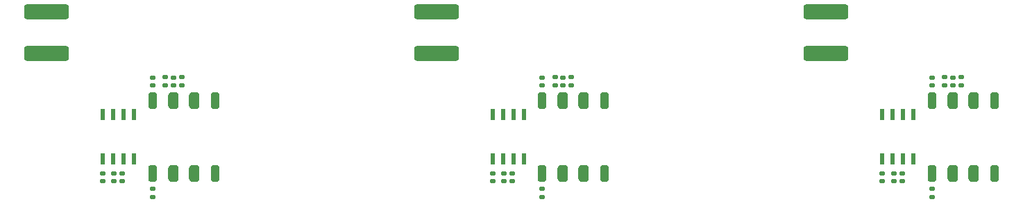
<source format=gbr>
%TF.GenerationSoftware,KiCad,Pcbnew,7.0.7-7.0.7~ubuntu22.04.1*%
%TF.CreationDate,2023-09-07T14:29:00+02:00*%
%TF.ProjectId,Inverter_KiCAD,496e7665-7274-4657-925f-4b694341442e,rev?*%
%TF.SameCoordinates,Original*%
%TF.FileFunction,Paste,Bot*%
%TF.FilePolarity,Positive*%
%FSLAX46Y46*%
G04 Gerber Fmt 4.6, Leading zero omitted, Abs format (unit mm)*
G04 Created by KiCad (PCBNEW 7.0.7-7.0.7~ubuntu22.04.1) date 2023-09-07 14:29:00*
%MOMM*%
%LPD*%
G01*
G04 APERTURE LIST*
G04 Aperture macros list*
%AMRoundRect*
0 Rectangle with rounded corners*
0 $1 Rounding radius*
0 $2 $3 $4 $5 $6 $7 $8 $9 X,Y pos of 4 corners*
0 Add a 4 corners polygon primitive as box body*
4,1,4,$2,$3,$4,$5,$6,$7,$8,$9,$2,$3,0*
0 Add four circle primitives for the rounded corners*
1,1,$1+$1,$2,$3*
1,1,$1+$1,$4,$5*
1,1,$1+$1,$6,$7*
1,1,$1+$1,$8,$9*
0 Add four rect primitives between the rounded corners*
20,1,$1+$1,$2,$3,$4,$5,0*
20,1,$1+$1,$4,$5,$6,$7,0*
20,1,$1+$1,$6,$7,$8,$9,0*
20,1,$1+$1,$8,$9,$2,$3,0*%
G04 Aperture macros list end*
%ADD10RoundRect,0.140000X-0.170000X0.140000X-0.170000X-0.140000X0.170000X-0.140000X0.170000X0.140000X0*%
%ADD11RoundRect,0.135000X-0.185000X0.135000X-0.185000X-0.135000X0.185000X-0.135000X0.185000X0.135000X0*%
%ADD12R,0.508000X1.460500*%
%ADD13RoundRect,0.250000X-2.450000X0.650000X-2.450000X-0.650000X2.450000X-0.650000X2.450000X0.650000X0*%
%ADD14RoundRect,0.135000X0.185000X-0.135000X0.185000X0.135000X-0.185000X0.135000X-0.185000X-0.135000X0*%
%ADD15RoundRect,0.140000X0.170000X-0.140000X0.170000X0.140000X-0.170000X0.140000X-0.170000X-0.140000X0*%
%ADD16RoundRect,0.254000X-0.254000X-0.746000X0.254000X-0.746000X0.254000X0.746000X-0.254000X0.746000X0*%
%ADD17RoundRect,0.317500X-0.317500X-0.682500X0.317500X-0.682500X0.317500X0.682500X-0.317500X0.682500X0*%
%ADD18RoundRect,0.265000X-0.265000X-0.735000X0.265000X-0.735000X0.265000X0.735000X-0.265000X0.735000X0*%
G04 APERTURE END LIST*
D10*
%TO.C,C410*%
X185060000Y-120440000D03*
X185060000Y-121400000D03*
%TD*%
D11*
%TO.C,R210*%
X96170000Y-108730000D03*
X96170000Y-109750000D03*
%TD*%
D12*
%TO.C,U204*%
X88540000Y-113275850D03*
X89810000Y-113275850D03*
X91080000Y-113275850D03*
X92350000Y-113275850D03*
X92350000Y-118724150D03*
X91080000Y-118724150D03*
X89810000Y-118724150D03*
X88540000Y-118724150D03*
%TD*%
D10*
%TO.C,C211*%
X90940000Y-120440000D03*
X90940000Y-121400000D03*
%TD*%
D12*
%TO.C,U404*%
X183660000Y-113275850D03*
X184930000Y-113275850D03*
X186200000Y-113275850D03*
X187470000Y-113275850D03*
X187470000Y-118724150D03*
X186200000Y-118724150D03*
X184930000Y-118724150D03*
X183660000Y-118724150D03*
%TD*%
D10*
%TO.C,C311*%
X138500000Y-120440000D03*
X138500000Y-121400000D03*
%TD*%
D13*
%TO.C,C306*%
X129300000Y-100750000D03*
X129300000Y-105850000D03*
%TD*%
D10*
%TO.C,C210*%
X89940000Y-120440000D03*
X89940000Y-121400000D03*
%TD*%
D14*
%TO.C,R211*%
X98170000Y-109750000D03*
X98170000Y-108730000D03*
%TD*%
D15*
%TO.C,C205*%
X97170000Y-109720000D03*
X97170000Y-108760000D03*
%TD*%
D10*
%TO.C,C308*%
X142190000Y-122360000D03*
X142190000Y-123320000D03*
%TD*%
%TO.C,C408*%
X189750000Y-122360000D03*
X189750000Y-123320000D03*
%TD*%
D16*
%TO.C,U403*%
X189750000Y-111550000D03*
D17*
X192290000Y-111550000D03*
X194830000Y-111550000D03*
D16*
X197370000Y-111550000D03*
X197370000Y-120450000D03*
D17*
X194830000Y-120450000D03*
X192290000Y-120450000D03*
D18*
X189750000Y-120450000D03*
%TD*%
D11*
%TO.C,R310*%
X143730000Y-108730000D03*
X143730000Y-109750000D03*
%TD*%
D10*
%TO.C,C209*%
X88545000Y-120440000D03*
X88545000Y-121400000D03*
%TD*%
D14*
%TO.C,R311*%
X145730000Y-109750000D03*
X145730000Y-108730000D03*
%TD*%
D15*
%TO.C,C307*%
X142190000Y-109720000D03*
X142190000Y-108760000D03*
%TD*%
%TO.C,C305*%
X144730000Y-109720000D03*
X144730000Y-108760000D03*
%TD*%
%TO.C,C407*%
X189750000Y-109720000D03*
X189750000Y-108760000D03*
%TD*%
D11*
%TO.C,R410*%
X191290000Y-108730000D03*
X191290000Y-109750000D03*
%TD*%
D15*
%TO.C,C405*%
X192290000Y-109720000D03*
X192290000Y-108760000D03*
%TD*%
D12*
%TO.C,U304*%
X136100000Y-113275850D03*
X137370000Y-113275850D03*
X138640000Y-113275850D03*
X139910000Y-113275850D03*
X139910000Y-118724150D03*
X138640000Y-118724150D03*
X137370000Y-118724150D03*
X136100000Y-118724150D03*
%TD*%
D16*
%TO.C,U203*%
X94630000Y-111550000D03*
D17*
X97170000Y-111550000D03*
X99710000Y-111550000D03*
D16*
X102250000Y-111550000D03*
X102250000Y-120450000D03*
D17*
X99710000Y-120450000D03*
X97170000Y-120450000D03*
D18*
X94630000Y-120450000D03*
%TD*%
D10*
%TO.C,C310*%
X137500000Y-120440000D03*
X137500000Y-121400000D03*
%TD*%
D14*
%TO.C,R411*%
X193290000Y-109750000D03*
X193290000Y-108730000D03*
%TD*%
D10*
%TO.C,C309*%
X136105000Y-120440000D03*
X136105000Y-121400000D03*
%TD*%
D16*
%TO.C,U303*%
X142190000Y-111550000D03*
D17*
X144730000Y-111550000D03*
X147270000Y-111550000D03*
D16*
X149810000Y-111550000D03*
X149810000Y-120450000D03*
D17*
X147270000Y-120450000D03*
X144730000Y-120450000D03*
D18*
X142190000Y-120450000D03*
%TD*%
D10*
%TO.C,C409*%
X183665000Y-120440000D03*
X183665000Y-121400000D03*
%TD*%
D13*
%TO.C,C206*%
X81700000Y-100750000D03*
X81700000Y-105850000D03*
%TD*%
D10*
%TO.C,C208*%
X94630000Y-122360000D03*
X94630000Y-123320000D03*
%TD*%
%TO.C,C411*%
X186060000Y-120440000D03*
X186060000Y-121400000D03*
%TD*%
D13*
%TO.C,C406*%
X176800000Y-100750000D03*
X176800000Y-105850000D03*
%TD*%
D15*
%TO.C,C207*%
X94630000Y-109720000D03*
X94630000Y-108760000D03*
%TD*%
M02*

</source>
